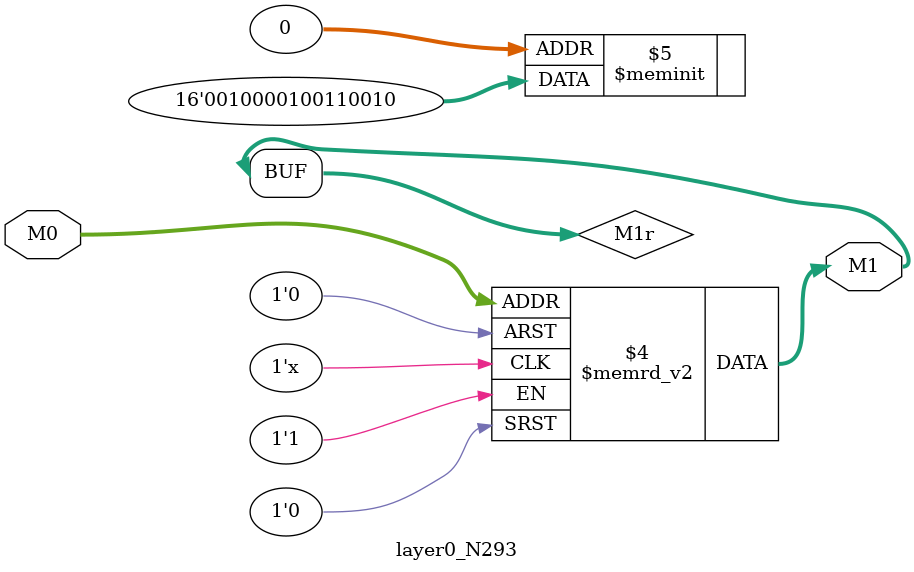
<source format=v>
module layer0_N293 ( input [2:0] M0, output [1:0] M1 );

	(*rom_style = "distributed" *) reg [1:0] M1r;
	assign M1 = M1r;
	always @ (M0) begin
		case (M0)
			3'b000: M1r = 2'b10;
			3'b100: M1r = 2'b01;
			3'b010: M1r = 2'b11;
			3'b110: M1r = 2'b10;
			3'b001: M1r = 2'b00;
			3'b101: M1r = 2'b00;
			3'b011: M1r = 2'b00;
			3'b111: M1r = 2'b00;

		endcase
	end
endmodule

</source>
